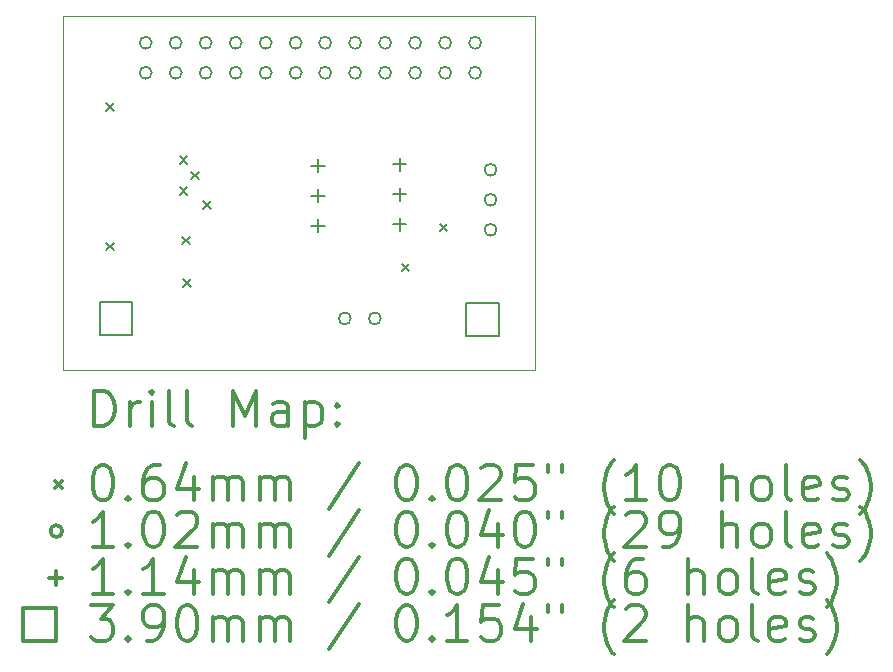
<source format=gbr>
%FSLAX45Y45*%
G04 Gerber Fmt 4.5, Leading zero omitted, Abs format (unit mm)*
G04 Created by KiCad (PCBNEW (2014-10-27 BZR 5228)-product) date 02/04/2015 10:02:44*
%MOMM*%
G01*
G04 APERTURE LIST*
%ADD10C,0.127000*%
%ADD11C,0.100000*%
%ADD12C,0.200000*%
%ADD13C,0.300000*%
G04 APERTURE END LIST*
D10*
D11*
X12400000Y-10000000D02*
X16400000Y-10000000D01*
X16400000Y-13000000D02*
X12400000Y-13000000D01*
X12400000Y-13000000D02*
X12400000Y-10000000D01*
X16400000Y-10000000D02*
X16400000Y-13000000D01*
D12*
X12768250Y-10738250D02*
X12831750Y-10801750D01*
X12831750Y-10738250D02*
X12768250Y-10801750D01*
X12768250Y-11918250D02*
X12831750Y-11981750D01*
X12831750Y-11918250D02*
X12768250Y-11981750D01*
X13388250Y-11188250D02*
X13451750Y-11251750D01*
X13451750Y-11188250D02*
X13388250Y-11251750D01*
X13388250Y-11448250D02*
X13451750Y-11511750D01*
X13451750Y-11448250D02*
X13388250Y-11511750D01*
X13408250Y-11868250D02*
X13471750Y-11931750D01*
X13471750Y-11868250D02*
X13408250Y-11931750D01*
X13418250Y-12228250D02*
X13481750Y-12291750D01*
X13481750Y-12228250D02*
X13418250Y-12291750D01*
X13488250Y-11318250D02*
X13551750Y-11381750D01*
X13551750Y-11318250D02*
X13488250Y-11381750D01*
X13588250Y-11568250D02*
X13651750Y-11631750D01*
X13651750Y-11568250D02*
X13588250Y-11631750D01*
X15268250Y-12098250D02*
X15331750Y-12161750D01*
X15331750Y-12098250D02*
X15268250Y-12161750D01*
X15588250Y-11758250D02*
X15651750Y-11821750D01*
X15651750Y-11758250D02*
X15588250Y-11821750D01*
X13150800Y-10226000D02*
G75*
G03X13150800Y-10226000I-50800J0D01*
G01*
X13150800Y-10480000D02*
G75*
G03X13150800Y-10480000I-50800J0D01*
G01*
X13404800Y-10226000D02*
G75*
G03X13404800Y-10226000I-50800J0D01*
G01*
X13404800Y-10480000D02*
G75*
G03X13404800Y-10480000I-50800J0D01*
G01*
X13658800Y-10226000D02*
G75*
G03X13658800Y-10226000I-50800J0D01*
G01*
X13658800Y-10480000D02*
G75*
G03X13658800Y-10480000I-50800J0D01*
G01*
X13912800Y-10226000D02*
G75*
G03X13912800Y-10226000I-50800J0D01*
G01*
X13912800Y-10480000D02*
G75*
G03X13912800Y-10480000I-50800J0D01*
G01*
X14166800Y-10226000D02*
G75*
G03X14166800Y-10226000I-50800J0D01*
G01*
X14166800Y-10480000D02*
G75*
G03X14166800Y-10480000I-50800J0D01*
G01*
X14420800Y-10226000D02*
G75*
G03X14420800Y-10226000I-50800J0D01*
G01*
X14420800Y-10480000D02*
G75*
G03X14420800Y-10480000I-50800J0D01*
G01*
X14670800Y-10226000D02*
G75*
G03X14670800Y-10226000I-50800J0D01*
G01*
X14670800Y-10480000D02*
G75*
G03X14670800Y-10480000I-50800J0D01*
G01*
X14836800Y-12560000D02*
G75*
G03X14836800Y-12560000I-50800J0D01*
G01*
X14924800Y-10226000D02*
G75*
G03X14924800Y-10226000I-50800J0D01*
G01*
X14924800Y-10480000D02*
G75*
G03X14924800Y-10480000I-50800J0D01*
G01*
X15090800Y-12560000D02*
G75*
G03X15090800Y-12560000I-50800J0D01*
G01*
X15178800Y-10226000D02*
G75*
G03X15178800Y-10226000I-50800J0D01*
G01*
X15178800Y-10480000D02*
G75*
G03X15178800Y-10480000I-50800J0D01*
G01*
X15432800Y-10226000D02*
G75*
G03X15432800Y-10226000I-50800J0D01*
G01*
X15432800Y-10480000D02*
G75*
G03X15432800Y-10480000I-50800J0D01*
G01*
X15686800Y-10226000D02*
G75*
G03X15686800Y-10226000I-50800J0D01*
G01*
X15686800Y-10480000D02*
G75*
G03X15686800Y-10480000I-50800J0D01*
G01*
X15940800Y-10226000D02*
G75*
G03X15940800Y-10226000I-50800J0D01*
G01*
X15940800Y-10480000D02*
G75*
G03X15940800Y-10480000I-50800J0D01*
G01*
X16070800Y-11302000D02*
G75*
G03X16070800Y-11302000I-50800J0D01*
G01*
X16070800Y-11556000D02*
G75*
G03X16070800Y-11556000I-50800J0D01*
G01*
X16070800Y-11810000D02*
G75*
G03X16070800Y-11810000I-50800J0D01*
G01*
X14560000Y-11208850D02*
X14560000Y-11323150D01*
X14502850Y-11266000D02*
X14617150Y-11266000D01*
X14560000Y-11462850D02*
X14560000Y-11577150D01*
X14502850Y-11520000D02*
X14617150Y-11520000D01*
X14560000Y-11716850D02*
X14560000Y-11831150D01*
X14502850Y-11774000D02*
X14617150Y-11774000D01*
X15250000Y-11198850D02*
X15250000Y-11313150D01*
X15192850Y-11256000D02*
X15307150Y-11256000D01*
X15250000Y-11452850D02*
X15250000Y-11567150D01*
X15192850Y-11510000D02*
X15307150Y-11510000D01*
X15250000Y-11706850D02*
X15250000Y-11821150D01*
X15192850Y-11764000D02*
X15307150Y-11764000D01*
X12987887Y-12697887D02*
X12987887Y-12422113D01*
X12712113Y-12422113D01*
X12712113Y-12697887D01*
X12987887Y-12697887D01*
X16087887Y-12707887D02*
X16087887Y-12432113D01*
X15812113Y-12432113D01*
X15812113Y-12707887D01*
X16087887Y-12707887D01*
D13*
X12666428Y-13470714D02*
X12666428Y-13170714D01*
X12737857Y-13170714D01*
X12780714Y-13185000D01*
X12809286Y-13213571D01*
X12823571Y-13242143D01*
X12837857Y-13299286D01*
X12837857Y-13342143D01*
X12823571Y-13399286D01*
X12809286Y-13427857D01*
X12780714Y-13456429D01*
X12737857Y-13470714D01*
X12666428Y-13470714D01*
X12966428Y-13470714D02*
X12966428Y-13270714D01*
X12966428Y-13327857D02*
X12980714Y-13299286D01*
X12995000Y-13285000D01*
X13023571Y-13270714D01*
X13052143Y-13270714D01*
X13152143Y-13470714D02*
X13152143Y-13270714D01*
X13152143Y-13170714D02*
X13137857Y-13185000D01*
X13152143Y-13199286D01*
X13166428Y-13185000D01*
X13152143Y-13170714D01*
X13152143Y-13199286D01*
X13337857Y-13470714D02*
X13309286Y-13456429D01*
X13295000Y-13427857D01*
X13295000Y-13170714D01*
X13495000Y-13470714D02*
X13466428Y-13456429D01*
X13452143Y-13427857D01*
X13452143Y-13170714D01*
X13837857Y-13470714D02*
X13837857Y-13170714D01*
X13937857Y-13385000D01*
X14037857Y-13170714D01*
X14037857Y-13470714D01*
X14309286Y-13470714D02*
X14309286Y-13313571D01*
X14295000Y-13285000D01*
X14266428Y-13270714D01*
X14209286Y-13270714D01*
X14180714Y-13285000D01*
X14309286Y-13456429D02*
X14280714Y-13470714D01*
X14209286Y-13470714D01*
X14180714Y-13456429D01*
X14166428Y-13427857D01*
X14166428Y-13399286D01*
X14180714Y-13370714D01*
X14209286Y-13356429D01*
X14280714Y-13356429D01*
X14309286Y-13342143D01*
X14452143Y-13270714D02*
X14452143Y-13570714D01*
X14452143Y-13285000D02*
X14480714Y-13270714D01*
X14537857Y-13270714D01*
X14566428Y-13285000D01*
X14580714Y-13299286D01*
X14595000Y-13327857D01*
X14595000Y-13413571D01*
X14580714Y-13442143D01*
X14566428Y-13456429D01*
X14537857Y-13470714D01*
X14480714Y-13470714D01*
X14452143Y-13456429D01*
X14723571Y-13442143D02*
X14737857Y-13456429D01*
X14723571Y-13470714D01*
X14709286Y-13456429D01*
X14723571Y-13442143D01*
X14723571Y-13470714D01*
X14723571Y-13285000D02*
X14737857Y-13299286D01*
X14723571Y-13313571D01*
X14709286Y-13299286D01*
X14723571Y-13285000D01*
X14723571Y-13313571D01*
X12331500Y-13933250D02*
X12395000Y-13996750D01*
X12395000Y-13933250D02*
X12331500Y-13996750D01*
X12723571Y-13800714D02*
X12752143Y-13800714D01*
X12780714Y-13815000D01*
X12795000Y-13829286D01*
X12809286Y-13857857D01*
X12823571Y-13915000D01*
X12823571Y-13986429D01*
X12809286Y-14043571D01*
X12795000Y-14072143D01*
X12780714Y-14086429D01*
X12752143Y-14100714D01*
X12723571Y-14100714D01*
X12695000Y-14086429D01*
X12680714Y-14072143D01*
X12666428Y-14043571D01*
X12652143Y-13986429D01*
X12652143Y-13915000D01*
X12666428Y-13857857D01*
X12680714Y-13829286D01*
X12695000Y-13815000D01*
X12723571Y-13800714D01*
X12952143Y-14072143D02*
X12966428Y-14086429D01*
X12952143Y-14100714D01*
X12937857Y-14086429D01*
X12952143Y-14072143D01*
X12952143Y-14100714D01*
X13223571Y-13800714D02*
X13166428Y-13800714D01*
X13137857Y-13815000D01*
X13123571Y-13829286D01*
X13095000Y-13872143D01*
X13080714Y-13929286D01*
X13080714Y-14043571D01*
X13095000Y-14072143D01*
X13109286Y-14086429D01*
X13137857Y-14100714D01*
X13195000Y-14100714D01*
X13223571Y-14086429D01*
X13237857Y-14072143D01*
X13252143Y-14043571D01*
X13252143Y-13972143D01*
X13237857Y-13943571D01*
X13223571Y-13929286D01*
X13195000Y-13915000D01*
X13137857Y-13915000D01*
X13109286Y-13929286D01*
X13095000Y-13943571D01*
X13080714Y-13972143D01*
X13509286Y-13900714D02*
X13509286Y-14100714D01*
X13437857Y-13786429D02*
X13366428Y-14000714D01*
X13552143Y-14000714D01*
X13666428Y-14100714D02*
X13666428Y-13900714D01*
X13666428Y-13929286D02*
X13680714Y-13915000D01*
X13709286Y-13900714D01*
X13752143Y-13900714D01*
X13780714Y-13915000D01*
X13795000Y-13943571D01*
X13795000Y-14100714D01*
X13795000Y-13943571D02*
X13809286Y-13915000D01*
X13837857Y-13900714D01*
X13880714Y-13900714D01*
X13909286Y-13915000D01*
X13923571Y-13943571D01*
X13923571Y-14100714D01*
X14066428Y-14100714D02*
X14066428Y-13900714D01*
X14066428Y-13929286D02*
X14080714Y-13915000D01*
X14109286Y-13900714D01*
X14152143Y-13900714D01*
X14180714Y-13915000D01*
X14195000Y-13943571D01*
X14195000Y-14100714D01*
X14195000Y-13943571D02*
X14209286Y-13915000D01*
X14237857Y-13900714D01*
X14280714Y-13900714D01*
X14309286Y-13915000D01*
X14323571Y-13943571D01*
X14323571Y-14100714D01*
X14909286Y-13786429D02*
X14652143Y-14172143D01*
X15295000Y-13800714D02*
X15323571Y-13800714D01*
X15352143Y-13815000D01*
X15366428Y-13829286D01*
X15380714Y-13857857D01*
X15395000Y-13915000D01*
X15395000Y-13986429D01*
X15380714Y-14043571D01*
X15366428Y-14072143D01*
X15352143Y-14086429D01*
X15323571Y-14100714D01*
X15295000Y-14100714D01*
X15266428Y-14086429D01*
X15252143Y-14072143D01*
X15237857Y-14043571D01*
X15223571Y-13986429D01*
X15223571Y-13915000D01*
X15237857Y-13857857D01*
X15252143Y-13829286D01*
X15266428Y-13815000D01*
X15295000Y-13800714D01*
X15523571Y-14072143D02*
X15537857Y-14086429D01*
X15523571Y-14100714D01*
X15509286Y-14086429D01*
X15523571Y-14072143D01*
X15523571Y-14100714D01*
X15723571Y-13800714D02*
X15752143Y-13800714D01*
X15780714Y-13815000D01*
X15795000Y-13829286D01*
X15809285Y-13857857D01*
X15823571Y-13915000D01*
X15823571Y-13986429D01*
X15809285Y-14043571D01*
X15795000Y-14072143D01*
X15780714Y-14086429D01*
X15752143Y-14100714D01*
X15723571Y-14100714D01*
X15695000Y-14086429D01*
X15680714Y-14072143D01*
X15666428Y-14043571D01*
X15652143Y-13986429D01*
X15652143Y-13915000D01*
X15666428Y-13857857D01*
X15680714Y-13829286D01*
X15695000Y-13815000D01*
X15723571Y-13800714D01*
X15937857Y-13829286D02*
X15952143Y-13815000D01*
X15980714Y-13800714D01*
X16052143Y-13800714D01*
X16080714Y-13815000D01*
X16095000Y-13829286D01*
X16109285Y-13857857D01*
X16109285Y-13886429D01*
X16095000Y-13929286D01*
X15923571Y-14100714D01*
X16109285Y-14100714D01*
X16380714Y-13800714D02*
X16237857Y-13800714D01*
X16223571Y-13943571D01*
X16237857Y-13929286D01*
X16266428Y-13915000D01*
X16337857Y-13915000D01*
X16366428Y-13929286D01*
X16380714Y-13943571D01*
X16395000Y-13972143D01*
X16395000Y-14043571D01*
X16380714Y-14072143D01*
X16366428Y-14086429D01*
X16337857Y-14100714D01*
X16266428Y-14100714D01*
X16237857Y-14086429D01*
X16223571Y-14072143D01*
X16509286Y-13800714D02*
X16509286Y-13857857D01*
X16623571Y-13800714D02*
X16623571Y-13857857D01*
X17066428Y-14215000D02*
X17052143Y-14200714D01*
X17023571Y-14157857D01*
X17009286Y-14129286D01*
X16995000Y-14086429D01*
X16980714Y-14015000D01*
X16980714Y-13957857D01*
X16995000Y-13886429D01*
X17009286Y-13843571D01*
X17023571Y-13815000D01*
X17052143Y-13772143D01*
X17066428Y-13757857D01*
X17337857Y-14100714D02*
X17166428Y-14100714D01*
X17252143Y-14100714D02*
X17252143Y-13800714D01*
X17223571Y-13843571D01*
X17195000Y-13872143D01*
X17166428Y-13886429D01*
X17523571Y-13800714D02*
X17552143Y-13800714D01*
X17580714Y-13815000D01*
X17595000Y-13829286D01*
X17609286Y-13857857D01*
X17623571Y-13915000D01*
X17623571Y-13986429D01*
X17609286Y-14043571D01*
X17595000Y-14072143D01*
X17580714Y-14086429D01*
X17552143Y-14100714D01*
X17523571Y-14100714D01*
X17495000Y-14086429D01*
X17480714Y-14072143D01*
X17466428Y-14043571D01*
X17452143Y-13986429D01*
X17452143Y-13915000D01*
X17466428Y-13857857D01*
X17480714Y-13829286D01*
X17495000Y-13815000D01*
X17523571Y-13800714D01*
X17980714Y-14100714D02*
X17980714Y-13800714D01*
X18109286Y-14100714D02*
X18109286Y-13943571D01*
X18095000Y-13915000D01*
X18066428Y-13900714D01*
X18023571Y-13900714D01*
X17995000Y-13915000D01*
X17980714Y-13929286D01*
X18295000Y-14100714D02*
X18266428Y-14086429D01*
X18252143Y-14072143D01*
X18237857Y-14043571D01*
X18237857Y-13957857D01*
X18252143Y-13929286D01*
X18266428Y-13915000D01*
X18295000Y-13900714D01*
X18337857Y-13900714D01*
X18366428Y-13915000D01*
X18380714Y-13929286D01*
X18395000Y-13957857D01*
X18395000Y-14043571D01*
X18380714Y-14072143D01*
X18366428Y-14086429D01*
X18337857Y-14100714D01*
X18295000Y-14100714D01*
X18566428Y-14100714D02*
X18537857Y-14086429D01*
X18523571Y-14057857D01*
X18523571Y-13800714D01*
X18795000Y-14086429D02*
X18766429Y-14100714D01*
X18709286Y-14100714D01*
X18680714Y-14086429D01*
X18666429Y-14057857D01*
X18666429Y-13943571D01*
X18680714Y-13915000D01*
X18709286Y-13900714D01*
X18766429Y-13900714D01*
X18795000Y-13915000D01*
X18809286Y-13943571D01*
X18809286Y-13972143D01*
X18666429Y-14000714D01*
X18923571Y-14086429D02*
X18952143Y-14100714D01*
X19009286Y-14100714D01*
X19037857Y-14086429D01*
X19052143Y-14057857D01*
X19052143Y-14043571D01*
X19037857Y-14015000D01*
X19009286Y-14000714D01*
X18966429Y-14000714D01*
X18937857Y-13986429D01*
X18923571Y-13957857D01*
X18923571Y-13943571D01*
X18937857Y-13915000D01*
X18966429Y-13900714D01*
X19009286Y-13900714D01*
X19037857Y-13915000D01*
X19152143Y-14215000D02*
X19166429Y-14200714D01*
X19195000Y-14157857D01*
X19209286Y-14129286D01*
X19223571Y-14086429D01*
X19237857Y-14015000D01*
X19237857Y-13957857D01*
X19223571Y-13886429D01*
X19209286Y-13843571D01*
X19195000Y-13815000D01*
X19166429Y-13772143D01*
X19152143Y-13757857D01*
X12395000Y-14361000D02*
G75*
G03X12395000Y-14361000I-50800J0D01*
G01*
X12823571Y-14496714D02*
X12652143Y-14496714D01*
X12737857Y-14496714D02*
X12737857Y-14196714D01*
X12709286Y-14239571D01*
X12680714Y-14268143D01*
X12652143Y-14282429D01*
X12952143Y-14468143D02*
X12966428Y-14482429D01*
X12952143Y-14496714D01*
X12937857Y-14482429D01*
X12952143Y-14468143D01*
X12952143Y-14496714D01*
X13152143Y-14196714D02*
X13180714Y-14196714D01*
X13209286Y-14211000D01*
X13223571Y-14225286D01*
X13237857Y-14253857D01*
X13252143Y-14311000D01*
X13252143Y-14382429D01*
X13237857Y-14439571D01*
X13223571Y-14468143D01*
X13209286Y-14482429D01*
X13180714Y-14496714D01*
X13152143Y-14496714D01*
X13123571Y-14482429D01*
X13109286Y-14468143D01*
X13095000Y-14439571D01*
X13080714Y-14382429D01*
X13080714Y-14311000D01*
X13095000Y-14253857D01*
X13109286Y-14225286D01*
X13123571Y-14211000D01*
X13152143Y-14196714D01*
X13366428Y-14225286D02*
X13380714Y-14211000D01*
X13409286Y-14196714D01*
X13480714Y-14196714D01*
X13509286Y-14211000D01*
X13523571Y-14225286D01*
X13537857Y-14253857D01*
X13537857Y-14282429D01*
X13523571Y-14325286D01*
X13352143Y-14496714D01*
X13537857Y-14496714D01*
X13666428Y-14496714D02*
X13666428Y-14296714D01*
X13666428Y-14325286D02*
X13680714Y-14311000D01*
X13709286Y-14296714D01*
X13752143Y-14296714D01*
X13780714Y-14311000D01*
X13795000Y-14339571D01*
X13795000Y-14496714D01*
X13795000Y-14339571D02*
X13809286Y-14311000D01*
X13837857Y-14296714D01*
X13880714Y-14296714D01*
X13909286Y-14311000D01*
X13923571Y-14339571D01*
X13923571Y-14496714D01*
X14066428Y-14496714D02*
X14066428Y-14296714D01*
X14066428Y-14325286D02*
X14080714Y-14311000D01*
X14109286Y-14296714D01*
X14152143Y-14296714D01*
X14180714Y-14311000D01*
X14195000Y-14339571D01*
X14195000Y-14496714D01*
X14195000Y-14339571D02*
X14209286Y-14311000D01*
X14237857Y-14296714D01*
X14280714Y-14296714D01*
X14309286Y-14311000D01*
X14323571Y-14339571D01*
X14323571Y-14496714D01*
X14909286Y-14182429D02*
X14652143Y-14568143D01*
X15295000Y-14196714D02*
X15323571Y-14196714D01*
X15352143Y-14211000D01*
X15366428Y-14225286D01*
X15380714Y-14253857D01*
X15395000Y-14311000D01*
X15395000Y-14382429D01*
X15380714Y-14439571D01*
X15366428Y-14468143D01*
X15352143Y-14482429D01*
X15323571Y-14496714D01*
X15295000Y-14496714D01*
X15266428Y-14482429D01*
X15252143Y-14468143D01*
X15237857Y-14439571D01*
X15223571Y-14382429D01*
X15223571Y-14311000D01*
X15237857Y-14253857D01*
X15252143Y-14225286D01*
X15266428Y-14211000D01*
X15295000Y-14196714D01*
X15523571Y-14468143D02*
X15537857Y-14482429D01*
X15523571Y-14496714D01*
X15509286Y-14482429D01*
X15523571Y-14468143D01*
X15523571Y-14496714D01*
X15723571Y-14196714D02*
X15752143Y-14196714D01*
X15780714Y-14211000D01*
X15795000Y-14225286D01*
X15809285Y-14253857D01*
X15823571Y-14311000D01*
X15823571Y-14382429D01*
X15809285Y-14439571D01*
X15795000Y-14468143D01*
X15780714Y-14482429D01*
X15752143Y-14496714D01*
X15723571Y-14496714D01*
X15695000Y-14482429D01*
X15680714Y-14468143D01*
X15666428Y-14439571D01*
X15652143Y-14382429D01*
X15652143Y-14311000D01*
X15666428Y-14253857D01*
X15680714Y-14225286D01*
X15695000Y-14211000D01*
X15723571Y-14196714D01*
X16080714Y-14296714D02*
X16080714Y-14496714D01*
X16009285Y-14182429D02*
X15937857Y-14396714D01*
X16123571Y-14396714D01*
X16295000Y-14196714D02*
X16323571Y-14196714D01*
X16352143Y-14211000D01*
X16366428Y-14225286D01*
X16380714Y-14253857D01*
X16395000Y-14311000D01*
X16395000Y-14382429D01*
X16380714Y-14439571D01*
X16366428Y-14468143D01*
X16352143Y-14482429D01*
X16323571Y-14496714D01*
X16295000Y-14496714D01*
X16266428Y-14482429D01*
X16252143Y-14468143D01*
X16237857Y-14439571D01*
X16223571Y-14382429D01*
X16223571Y-14311000D01*
X16237857Y-14253857D01*
X16252143Y-14225286D01*
X16266428Y-14211000D01*
X16295000Y-14196714D01*
X16509286Y-14196714D02*
X16509286Y-14253857D01*
X16623571Y-14196714D02*
X16623571Y-14253857D01*
X17066428Y-14611000D02*
X17052143Y-14596714D01*
X17023571Y-14553857D01*
X17009286Y-14525286D01*
X16995000Y-14482429D01*
X16980714Y-14411000D01*
X16980714Y-14353857D01*
X16995000Y-14282429D01*
X17009286Y-14239571D01*
X17023571Y-14211000D01*
X17052143Y-14168143D01*
X17066428Y-14153857D01*
X17166428Y-14225286D02*
X17180714Y-14211000D01*
X17209286Y-14196714D01*
X17280714Y-14196714D01*
X17309286Y-14211000D01*
X17323571Y-14225286D01*
X17337857Y-14253857D01*
X17337857Y-14282429D01*
X17323571Y-14325286D01*
X17152143Y-14496714D01*
X17337857Y-14496714D01*
X17480714Y-14496714D02*
X17537857Y-14496714D01*
X17566428Y-14482429D01*
X17580714Y-14468143D01*
X17609286Y-14425286D01*
X17623571Y-14368143D01*
X17623571Y-14253857D01*
X17609286Y-14225286D01*
X17595000Y-14211000D01*
X17566428Y-14196714D01*
X17509286Y-14196714D01*
X17480714Y-14211000D01*
X17466428Y-14225286D01*
X17452143Y-14253857D01*
X17452143Y-14325286D01*
X17466428Y-14353857D01*
X17480714Y-14368143D01*
X17509286Y-14382429D01*
X17566428Y-14382429D01*
X17595000Y-14368143D01*
X17609286Y-14353857D01*
X17623571Y-14325286D01*
X17980714Y-14496714D02*
X17980714Y-14196714D01*
X18109286Y-14496714D02*
X18109286Y-14339571D01*
X18095000Y-14311000D01*
X18066428Y-14296714D01*
X18023571Y-14296714D01*
X17995000Y-14311000D01*
X17980714Y-14325286D01*
X18295000Y-14496714D02*
X18266428Y-14482429D01*
X18252143Y-14468143D01*
X18237857Y-14439571D01*
X18237857Y-14353857D01*
X18252143Y-14325286D01*
X18266428Y-14311000D01*
X18295000Y-14296714D01*
X18337857Y-14296714D01*
X18366428Y-14311000D01*
X18380714Y-14325286D01*
X18395000Y-14353857D01*
X18395000Y-14439571D01*
X18380714Y-14468143D01*
X18366428Y-14482429D01*
X18337857Y-14496714D01*
X18295000Y-14496714D01*
X18566428Y-14496714D02*
X18537857Y-14482429D01*
X18523571Y-14453857D01*
X18523571Y-14196714D01*
X18795000Y-14482429D02*
X18766429Y-14496714D01*
X18709286Y-14496714D01*
X18680714Y-14482429D01*
X18666429Y-14453857D01*
X18666429Y-14339571D01*
X18680714Y-14311000D01*
X18709286Y-14296714D01*
X18766429Y-14296714D01*
X18795000Y-14311000D01*
X18809286Y-14339571D01*
X18809286Y-14368143D01*
X18666429Y-14396714D01*
X18923571Y-14482429D02*
X18952143Y-14496714D01*
X19009286Y-14496714D01*
X19037857Y-14482429D01*
X19052143Y-14453857D01*
X19052143Y-14439571D01*
X19037857Y-14411000D01*
X19009286Y-14396714D01*
X18966429Y-14396714D01*
X18937857Y-14382429D01*
X18923571Y-14353857D01*
X18923571Y-14339571D01*
X18937857Y-14311000D01*
X18966429Y-14296714D01*
X19009286Y-14296714D01*
X19037857Y-14311000D01*
X19152143Y-14611000D02*
X19166429Y-14596714D01*
X19195000Y-14553857D01*
X19209286Y-14525286D01*
X19223571Y-14482429D01*
X19237857Y-14411000D01*
X19237857Y-14353857D01*
X19223571Y-14282429D01*
X19209286Y-14239571D01*
X19195000Y-14211000D01*
X19166429Y-14168143D01*
X19152143Y-14153857D01*
X12337850Y-14699850D02*
X12337850Y-14814150D01*
X12280700Y-14757000D02*
X12395000Y-14757000D01*
X12823571Y-14892714D02*
X12652143Y-14892714D01*
X12737857Y-14892714D02*
X12737857Y-14592714D01*
X12709286Y-14635571D01*
X12680714Y-14664143D01*
X12652143Y-14678429D01*
X12952143Y-14864143D02*
X12966428Y-14878429D01*
X12952143Y-14892714D01*
X12937857Y-14878429D01*
X12952143Y-14864143D01*
X12952143Y-14892714D01*
X13252143Y-14892714D02*
X13080714Y-14892714D01*
X13166428Y-14892714D02*
X13166428Y-14592714D01*
X13137857Y-14635571D01*
X13109286Y-14664143D01*
X13080714Y-14678429D01*
X13509286Y-14692714D02*
X13509286Y-14892714D01*
X13437857Y-14578429D02*
X13366428Y-14792714D01*
X13552143Y-14792714D01*
X13666428Y-14892714D02*
X13666428Y-14692714D01*
X13666428Y-14721286D02*
X13680714Y-14707000D01*
X13709286Y-14692714D01*
X13752143Y-14692714D01*
X13780714Y-14707000D01*
X13795000Y-14735571D01*
X13795000Y-14892714D01*
X13795000Y-14735571D02*
X13809286Y-14707000D01*
X13837857Y-14692714D01*
X13880714Y-14692714D01*
X13909286Y-14707000D01*
X13923571Y-14735571D01*
X13923571Y-14892714D01*
X14066428Y-14892714D02*
X14066428Y-14692714D01*
X14066428Y-14721286D02*
X14080714Y-14707000D01*
X14109286Y-14692714D01*
X14152143Y-14692714D01*
X14180714Y-14707000D01*
X14195000Y-14735571D01*
X14195000Y-14892714D01*
X14195000Y-14735571D02*
X14209286Y-14707000D01*
X14237857Y-14692714D01*
X14280714Y-14692714D01*
X14309286Y-14707000D01*
X14323571Y-14735571D01*
X14323571Y-14892714D01*
X14909286Y-14578429D02*
X14652143Y-14964143D01*
X15295000Y-14592714D02*
X15323571Y-14592714D01*
X15352143Y-14607000D01*
X15366428Y-14621286D01*
X15380714Y-14649857D01*
X15395000Y-14707000D01*
X15395000Y-14778429D01*
X15380714Y-14835571D01*
X15366428Y-14864143D01*
X15352143Y-14878429D01*
X15323571Y-14892714D01*
X15295000Y-14892714D01*
X15266428Y-14878429D01*
X15252143Y-14864143D01*
X15237857Y-14835571D01*
X15223571Y-14778429D01*
X15223571Y-14707000D01*
X15237857Y-14649857D01*
X15252143Y-14621286D01*
X15266428Y-14607000D01*
X15295000Y-14592714D01*
X15523571Y-14864143D02*
X15537857Y-14878429D01*
X15523571Y-14892714D01*
X15509286Y-14878429D01*
X15523571Y-14864143D01*
X15523571Y-14892714D01*
X15723571Y-14592714D02*
X15752143Y-14592714D01*
X15780714Y-14607000D01*
X15795000Y-14621286D01*
X15809285Y-14649857D01*
X15823571Y-14707000D01*
X15823571Y-14778429D01*
X15809285Y-14835571D01*
X15795000Y-14864143D01*
X15780714Y-14878429D01*
X15752143Y-14892714D01*
X15723571Y-14892714D01*
X15695000Y-14878429D01*
X15680714Y-14864143D01*
X15666428Y-14835571D01*
X15652143Y-14778429D01*
X15652143Y-14707000D01*
X15666428Y-14649857D01*
X15680714Y-14621286D01*
X15695000Y-14607000D01*
X15723571Y-14592714D01*
X16080714Y-14692714D02*
X16080714Y-14892714D01*
X16009285Y-14578429D02*
X15937857Y-14792714D01*
X16123571Y-14792714D01*
X16380714Y-14592714D02*
X16237857Y-14592714D01*
X16223571Y-14735571D01*
X16237857Y-14721286D01*
X16266428Y-14707000D01*
X16337857Y-14707000D01*
X16366428Y-14721286D01*
X16380714Y-14735571D01*
X16395000Y-14764143D01*
X16395000Y-14835571D01*
X16380714Y-14864143D01*
X16366428Y-14878429D01*
X16337857Y-14892714D01*
X16266428Y-14892714D01*
X16237857Y-14878429D01*
X16223571Y-14864143D01*
X16509286Y-14592714D02*
X16509286Y-14649857D01*
X16623571Y-14592714D02*
X16623571Y-14649857D01*
X17066428Y-15007000D02*
X17052143Y-14992714D01*
X17023571Y-14949857D01*
X17009286Y-14921286D01*
X16995000Y-14878429D01*
X16980714Y-14807000D01*
X16980714Y-14749857D01*
X16995000Y-14678429D01*
X17009286Y-14635571D01*
X17023571Y-14607000D01*
X17052143Y-14564143D01*
X17066428Y-14549857D01*
X17309286Y-14592714D02*
X17252143Y-14592714D01*
X17223571Y-14607000D01*
X17209286Y-14621286D01*
X17180714Y-14664143D01*
X17166428Y-14721286D01*
X17166428Y-14835571D01*
X17180714Y-14864143D01*
X17195000Y-14878429D01*
X17223571Y-14892714D01*
X17280714Y-14892714D01*
X17309286Y-14878429D01*
X17323571Y-14864143D01*
X17337857Y-14835571D01*
X17337857Y-14764143D01*
X17323571Y-14735571D01*
X17309286Y-14721286D01*
X17280714Y-14707000D01*
X17223571Y-14707000D01*
X17195000Y-14721286D01*
X17180714Y-14735571D01*
X17166428Y-14764143D01*
X17695000Y-14892714D02*
X17695000Y-14592714D01*
X17823571Y-14892714D02*
X17823571Y-14735571D01*
X17809286Y-14707000D01*
X17780714Y-14692714D01*
X17737857Y-14692714D01*
X17709286Y-14707000D01*
X17695000Y-14721286D01*
X18009286Y-14892714D02*
X17980714Y-14878429D01*
X17966428Y-14864143D01*
X17952143Y-14835571D01*
X17952143Y-14749857D01*
X17966428Y-14721286D01*
X17980714Y-14707000D01*
X18009286Y-14692714D01*
X18052143Y-14692714D01*
X18080714Y-14707000D01*
X18095000Y-14721286D01*
X18109286Y-14749857D01*
X18109286Y-14835571D01*
X18095000Y-14864143D01*
X18080714Y-14878429D01*
X18052143Y-14892714D01*
X18009286Y-14892714D01*
X18280714Y-14892714D02*
X18252143Y-14878429D01*
X18237857Y-14849857D01*
X18237857Y-14592714D01*
X18509286Y-14878429D02*
X18480714Y-14892714D01*
X18423571Y-14892714D01*
X18395000Y-14878429D01*
X18380714Y-14849857D01*
X18380714Y-14735571D01*
X18395000Y-14707000D01*
X18423571Y-14692714D01*
X18480714Y-14692714D01*
X18509286Y-14707000D01*
X18523571Y-14735571D01*
X18523571Y-14764143D01*
X18380714Y-14792714D01*
X18637857Y-14878429D02*
X18666429Y-14892714D01*
X18723571Y-14892714D01*
X18752143Y-14878429D01*
X18766429Y-14849857D01*
X18766429Y-14835571D01*
X18752143Y-14807000D01*
X18723571Y-14792714D01*
X18680714Y-14792714D01*
X18652143Y-14778429D01*
X18637857Y-14749857D01*
X18637857Y-14735571D01*
X18652143Y-14707000D01*
X18680714Y-14692714D01*
X18723571Y-14692714D01*
X18752143Y-14707000D01*
X18866428Y-15007000D02*
X18880714Y-14992714D01*
X18909286Y-14949857D01*
X18923571Y-14921286D01*
X18937857Y-14878429D01*
X18952143Y-14807000D01*
X18952143Y-14749857D01*
X18937857Y-14678429D01*
X18923571Y-14635571D01*
X18909286Y-14607000D01*
X18880714Y-14564143D01*
X18866428Y-14549857D01*
X12337887Y-15290887D02*
X12337887Y-15015113D01*
X12062113Y-15015113D01*
X12062113Y-15290887D01*
X12337887Y-15290887D01*
X12637857Y-14988714D02*
X12823571Y-14988714D01*
X12723571Y-15103000D01*
X12766428Y-15103000D01*
X12795000Y-15117286D01*
X12809286Y-15131571D01*
X12823571Y-15160143D01*
X12823571Y-15231571D01*
X12809286Y-15260143D01*
X12795000Y-15274429D01*
X12766428Y-15288714D01*
X12680714Y-15288714D01*
X12652143Y-15274429D01*
X12637857Y-15260143D01*
X12952143Y-15260143D02*
X12966428Y-15274429D01*
X12952143Y-15288714D01*
X12937857Y-15274429D01*
X12952143Y-15260143D01*
X12952143Y-15288714D01*
X13109286Y-15288714D02*
X13166428Y-15288714D01*
X13195000Y-15274429D01*
X13209286Y-15260143D01*
X13237857Y-15217286D01*
X13252143Y-15160143D01*
X13252143Y-15045857D01*
X13237857Y-15017286D01*
X13223571Y-15003000D01*
X13195000Y-14988714D01*
X13137857Y-14988714D01*
X13109286Y-15003000D01*
X13095000Y-15017286D01*
X13080714Y-15045857D01*
X13080714Y-15117286D01*
X13095000Y-15145857D01*
X13109286Y-15160143D01*
X13137857Y-15174429D01*
X13195000Y-15174429D01*
X13223571Y-15160143D01*
X13237857Y-15145857D01*
X13252143Y-15117286D01*
X13437857Y-14988714D02*
X13466428Y-14988714D01*
X13495000Y-15003000D01*
X13509286Y-15017286D01*
X13523571Y-15045857D01*
X13537857Y-15103000D01*
X13537857Y-15174429D01*
X13523571Y-15231571D01*
X13509286Y-15260143D01*
X13495000Y-15274429D01*
X13466428Y-15288714D01*
X13437857Y-15288714D01*
X13409286Y-15274429D01*
X13395000Y-15260143D01*
X13380714Y-15231571D01*
X13366428Y-15174429D01*
X13366428Y-15103000D01*
X13380714Y-15045857D01*
X13395000Y-15017286D01*
X13409286Y-15003000D01*
X13437857Y-14988714D01*
X13666428Y-15288714D02*
X13666428Y-15088714D01*
X13666428Y-15117286D02*
X13680714Y-15103000D01*
X13709286Y-15088714D01*
X13752143Y-15088714D01*
X13780714Y-15103000D01*
X13795000Y-15131571D01*
X13795000Y-15288714D01*
X13795000Y-15131571D02*
X13809286Y-15103000D01*
X13837857Y-15088714D01*
X13880714Y-15088714D01*
X13909286Y-15103000D01*
X13923571Y-15131571D01*
X13923571Y-15288714D01*
X14066428Y-15288714D02*
X14066428Y-15088714D01*
X14066428Y-15117286D02*
X14080714Y-15103000D01*
X14109286Y-15088714D01*
X14152143Y-15088714D01*
X14180714Y-15103000D01*
X14195000Y-15131571D01*
X14195000Y-15288714D01*
X14195000Y-15131571D02*
X14209286Y-15103000D01*
X14237857Y-15088714D01*
X14280714Y-15088714D01*
X14309286Y-15103000D01*
X14323571Y-15131571D01*
X14323571Y-15288714D01*
X14909286Y-14974429D02*
X14652143Y-15360143D01*
X15295000Y-14988714D02*
X15323571Y-14988714D01*
X15352143Y-15003000D01*
X15366428Y-15017286D01*
X15380714Y-15045857D01*
X15395000Y-15103000D01*
X15395000Y-15174429D01*
X15380714Y-15231571D01*
X15366428Y-15260143D01*
X15352143Y-15274429D01*
X15323571Y-15288714D01*
X15295000Y-15288714D01*
X15266428Y-15274429D01*
X15252143Y-15260143D01*
X15237857Y-15231571D01*
X15223571Y-15174429D01*
X15223571Y-15103000D01*
X15237857Y-15045857D01*
X15252143Y-15017286D01*
X15266428Y-15003000D01*
X15295000Y-14988714D01*
X15523571Y-15260143D02*
X15537857Y-15274429D01*
X15523571Y-15288714D01*
X15509286Y-15274429D01*
X15523571Y-15260143D01*
X15523571Y-15288714D01*
X15823571Y-15288714D02*
X15652143Y-15288714D01*
X15737857Y-15288714D02*
X15737857Y-14988714D01*
X15709285Y-15031571D01*
X15680714Y-15060143D01*
X15652143Y-15074429D01*
X16095000Y-14988714D02*
X15952143Y-14988714D01*
X15937857Y-15131571D01*
X15952143Y-15117286D01*
X15980714Y-15103000D01*
X16052143Y-15103000D01*
X16080714Y-15117286D01*
X16095000Y-15131571D01*
X16109285Y-15160143D01*
X16109285Y-15231571D01*
X16095000Y-15260143D01*
X16080714Y-15274429D01*
X16052143Y-15288714D01*
X15980714Y-15288714D01*
X15952143Y-15274429D01*
X15937857Y-15260143D01*
X16366428Y-15088714D02*
X16366428Y-15288714D01*
X16295000Y-14974429D02*
X16223571Y-15188714D01*
X16409285Y-15188714D01*
X16509286Y-14988714D02*
X16509286Y-15045857D01*
X16623571Y-14988714D02*
X16623571Y-15045857D01*
X17066428Y-15403000D02*
X17052143Y-15388714D01*
X17023571Y-15345857D01*
X17009286Y-15317286D01*
X16995000Y-15274429D01*
X16980714Y-15203000D01*
X16980714Y-15145857D01*
X16995000Y-15074429D01*
X17009286Y-15031571D01*
X17023571Y-15003000D01*
X17052143Y-14960143D01*
X17066428Y-14945857D01*
X17166428Y-15017286D02*
X17180714Y-15003000D01*
X17209286Y-14988714D01*
X17280714Y-14988714D01*
X17309286Y-15003000D01*
X17323571Y-15017286D01*
X17337857Y-15045857D01*
X17337857Y-15074429D01*
X17323571Y-15117286D01*
X17152143Y-15288714D01*
X17337857Y-15288714D01*
X17695000Y-15288714D02*
X17695000Y-14988714D01*
X17823571Y-15288714D02*
X17823571Y-15131571D01*
X17809286Y-15103000D01*
X17780714Y-15088714D01*
X17737857Y-15088714D01*
X17709286Y-15103000D01*
X17695000Y-15117286D01*
X18009286Y-15288714D02*
X17980714Y-15274429D01*
X17966428Y-15260143D01*
X17952143Y-15231571D01*
X17952143Y-15145857D01*
X17966428Y-15117286D01*
X17980714Y-15103000D01*
X18009286Y-15088714D01*
X18052143Y-15088714D01*
X18080714Y-15103000D01*
X18095000Y-15117286D01*
X18109286Y-15145857D01*
X18109286Y-15231571D01*
X18095000Y-15260143D01*
X18080714Y-15274429D01*
X18052143Y-15288714D01*
X18009286Y-15288714D01*
X18280714Y-15288714D02*
X18252143Y-15274429D01*
X18237857Y-15245857D01*
X18237857Y-14988714D01*
X18509286Y-15274429D02*
X18480714Y-15288714D01*
X18423571Y-15288714D01*
X18395000Y-15274429D01*
X18380714Y-15245857D01*
X18380714Y-15131571D01*
X18395000Y-15103000D01*
X18423571Y-15088714D01*
X18480714Y-15088714D01*
X18509286Y-15103000D01*
X18523571Y-15131571D01*
X18523571Y-15160143D01*
X18380714Y-15188714D01*
X18637857Y-15274429D02*
X18666429Y-15288714D01*
X18723571Y-15288714D01*
X18752143Y-15274429D01*
X18766429Y-15245857D01*
X18766429Y-15231571D01*
X18752143Y-15203000D01*
X18723571Y-15188714D01*
X18680714Y-15188714D01*
X18652143Y-15174429D01*
X18637857Y-15145857D01*
X18637857Y-15131571D01*
X18652143Y-15103000D01*
X18680714Y-15088714D01*
X18723571Y-15088714D01*
X18752143Y-15103000D01*
X18866428Y-15403000D02*
X18880714Y-15388714D01*
X18909286Y-15345857D01*
X18923571Y-15317286D01*
X18937857Y-15274429D01*
X18952143Y-15203000D01*
X18952143Y-15145857D01*
X18937857Y-15074429D01*
X18923571Y-15031571D01*
X18909286Y-15003000D01*
X18880714Y-14960143D01*
X18866428Y-14945857D01*
M02*

</source>
